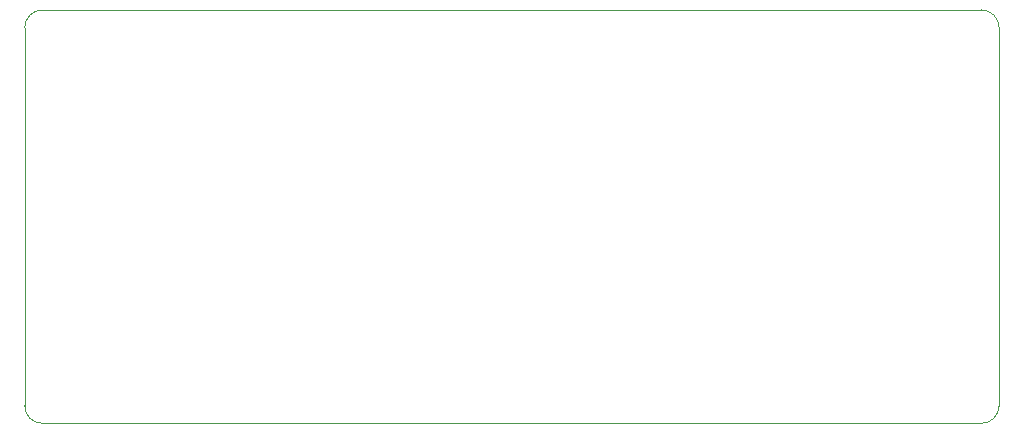
<source format=gbr>
%TF.GenerationSoftware,KiCad,Pcbnew,8.0.6*%
%TF.CreationDate,2025-03-23T20:06:33-04:00*%
%TF.ProjectId,co2_7seg,636f325f-3773-4656-972e-6b696361645f,rev?*%
%TF.SameCoordinates,Original*%
%TF.FileFunction,Profile,NP*%
%FSLAX46Y46*%
G04 Gerber Fmt 4.6, Leading zero omitted, Abs format (unit mm)*
G04 Created by KiCad (PCBNEW 8.0.6) date 2025-03-23 20:06:33*
%MOMM*%
%LPD*%
G01*
G04 APERTURE LIST*
%TA.AperFunction,Profile*%
%ADD10C,0.050000*%
%TD*%
G04 APERTURE END LIST*
D10*
X131000000Y-59250000D02*
G75*
G02*
X129500000Y-60750000I-1500000J0D01*
G01*
X129500000Y-25750000D02*
G75*
G02*
X131000000Y-27250000I0J-1500000D01*
G01*
X50000000Y-60750000D02*
G75*
G02*
X48500000Y-59250000I0J1500000D01*
G01*
X48500000Y-27250000D02*
G75*
G02*
X50000000Y-25750000I1500000J0D01*
G01*
X131000000Y-27250000D02*
X131000000Y-59250000D01*
X129500000Y-60750000D02*
X50000000Y-60750000D01*
X50000000Y-25750000D02*
X129500000Y-25750000D01*
X48500000Y-59250000D02*
X48500000Y-27250000D01*
M02*

</source>
